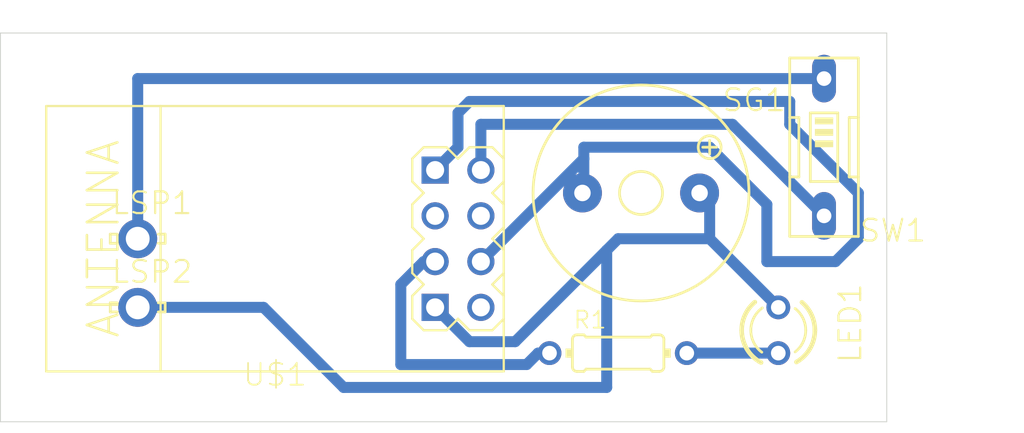
<source format=kicad_pcb>
(kicad_pcb (version 20171130) (host pcbnew 5.1.6-c6e7f7d~86~ubuntu18.04.1)

  (general
    (thickness 1.6)
    (drawings 4)
    (tracks 40)
    (zones 0)
    (modules 7)
    (nets 10)
  )

  (page A4)
  (layers
    (0 Top signal)
    (31 Bottom signal)
    (32 B.Adhes user)
    (33 F.Adhes user)
    (34 B.Paste user)
    (35 F.Paste user)
    (36 B.SilkS user)
    (37 F.SilkS user)
    (38 B.Mask user)
    (39 F.Mask user)
    (40 Dwgs.User user)
    (41 Cmts.User user)
    (42 Eco1.User user)
    (43 Eco2.User user)
    (44 Edge.Cuts user)
    (45 Margin user)
    (46 B.CrtYd user)
    (47 F.CrtYd user)
    (48 B.Fab user)
    (49 F.Fab user)
  )

  (setup
    (last_trace_width 0.25)
    (trace_clearance 0.2)
    (zone_clearance 0.508)
    (zone_45_only no)
    (trace_min 0.2)
    (via_size 0.8)
    (via_drill 0.4)
    (via_min_size 0.4)
    (via_min_drill 0.3)
    (uvia_size 0.3)
    (uvia_drill 0.1)
    (uvias_allowed no)
    (uvia_min_size 0.2)
    (uvia_min_drill 0.1)
    (edge_width 0.05)
    (segment_width 0.2)
    (pcb_text_width 0.3)
    (pcb_text_size 1.5 1.5)
    (mod_edge_width 0.12)
    (mod_text_size 1 1)
    (mod_text_width 0.15)
    (pad_size 1.524 1.524)
    (pad_drill 0.762)
    (pad_to_mask_clearance 0.05)
    (aux_axis_origin 0 0)
    (visible_elements FFFFFF7F)
    (pcbplotparams
      (layerselection 0x010fc_ffffffff)
      (usegerberextensions false)
      (usegerberattributes true)
      (usegerberadvancedattributes true)
      (creategerberjobfile true)
      (excludeedgelayer true)
      (linewidth 0.100000)
      (plotframeref false)
      (viasonmask false)
      (mode 1)
      (useauxorigin false)
      (hpglpennumber 1)
      (hpglpenspeed 20)
      (hpglpendiameter 15.000000)
      (psnegative false)
      (psa4output false)
      (plotreference true)
      (plotvalue true)
      (plotinvisibletext false)
      (padsonsilk false)
      (subtractmaskfromsilk false)
      (outputformat 1)
      (mirror false)
      (drillshape 1)
      (scaleselection 1)
      (outputdirectory ""))
  )

  (net 0 "")
  (net 1 "Net-(LED1-PadK)")
  (net 2 "Net-(LED1-PadA)")
  (net 3 "Net-(R1-Pad1)")
  (net 4 "Net-(SG1-Pad-)")
  (net 5 "Net-(SW1-Pad2)")
  (net 6 "Net-(U$1-PadA2)")
  (net 7 "Net-(U$1-PadC2)")
  (net 8 "Net-(U$1-PadC1)")
  (net 9 "Net-(LSP1-PadMP)")

  (net_class Default "This is the default net class."
    (clearance 0.2)
    (trace_width 0.25)
    (via_dia 0.8)
    (via_drill 0.4)
    (uvia_dia 0.3)
    (uvia_drill 0.1)
    (add_net "Net-(LED1-PadA)")
    (add_net "Net-(LED1-PadK)")
    (add_net "Net-(LSP1-PadMP)")
    (add_net "Net-(R1-Pad1)")
    (add_net "Net-(SG1-Pad-)")
    (add_net "Net-(SW1-Pad2)")
    (add_net "Net-(U$1-PadA2)")
    (add_net "Net-(U$1-PadC1)")
    (add_net "Net-(U$1-PadC2)")
  )

  (module circuito_distanciamento_social_ESP-01:LED3MM (layer Top) (tedit 0) (tstamp 5ED02D9C)
    (at 167.0811 110.7136 90)
    (descr "<B>LED</B><p>\n3 mm, round")
    (path /D5D4A691)
    (fp_text reference LED1 (at -1.905 4.699 90) (layer F.SilkS)
      (effects (font (size 1.2065 1.2065) (thickness 0.12065)) (justify left bottom))
    )
    (fp_text value TLLG4400 (at -5.715 6.731 90) (layer F.Fab)
      (effects (font (size 1.2065 1.2065) (thickness 0.12065)) (justify left bottom))
    )
    (fp_arc (start 0 0.000083) (end -2.032 0) (angle -31.60822) (layer F.Fab) (width 0.254))
    (fp_arc (start 0 0.000002) (end -2.032 0) (angle 28.301701) (layer F.Fab) (width 0.254))
    (fp_arc (start -0.000056 0) (end -1.7643 1.0082) (angle -60.255215) (layer F.SilkS) (width 0.254))
    (fp_arc (start 0.000037 0) (end 0 2.032) (angle -49.763022) (layer F.SilkS) (width 0.254))
    (fp_arc (start 0.00006 0) (end -1.7929 -0.9562) (angle 61.926949) (layer F.SilkS) (width 0.254))
    (fp_arc (start 0.000012 0) (end 0 -2.032) (angle 50.193108) (layer F.SilkS) (width 0.254))
    (fp_arc (start 0 0) (end 0 1.016) (angle -90) (layer F.Fab) (width 0.1524))
    (fp_arc (start 0 0) (end 0 0.635) (angle -90) (layer F.Fab) (width 0.1524))
    (fp_arc (start 0 0) (end -1.016 0) (angle 90) (layer F.Fab) (width 0.1524))
    (fp_arc (start 0 0) (end -0.635 0) (angle 90) (layer F.Fab) (width 0.1524))
    (fp_arc (start 0.000008 0) (end -1.203 0.9356) (angle -52.126876) (layer F.SilkS) (width 0.1524))
    (fp_arc (start -0.000008 0) (end 0 1.524) (angle -52.126876) (layer F.SilkS) (width 0.1524))
    (fp_arc (start 0 0) (end -1.2192 -0.9144) (angle 53.130102) (layer F.SilkS) (width 0.1524))
    (fp_arc (start -0.000034 0) (end 0 -1.524) (angle 54.461337) (layer F.SilkS) (width 0.1524))
    (fp_arc (start 0 -0.000004) (end 1.1708 0.9756) (angle -39.80361) (layer F.Fab) (width 0.1524))
    (fp_arc (start 0 0.000014) (end 1.1571 -0.9918) (angle 40.601165) (layer F.Fab) (width 0.1524))
    (fp_arc (start 0 0.000063) (end -1.524 0) (angle -41.633208) (layer F.Fab) (width 0.1524))
    (fp_arc (start 0 0.000004) (end -1.524 0) (angle 39.80361) (layer F.Fab) (width 0.1524))
    (fp_line (start 1.5748 1.27) (end 1.5748 -1.27) (layer F.Fab) (width 0.254))
    (pad K thru_hole circle (at 1.27 0 90) (size 1.3208 1.3208) (drill 0.8128) (layers *.Cu *.Mask)
      (net 1 "Net-(LED1-PadK)") (solder_mask_margin 0.1016))
    (pad A thru_hole circle (at -1.27 0 90) (size 1.3208 1.3208) (drill 0.8128) (layers *.Cu *.Mask)
      (net 2 "Net-(LED1-PadA)") (solder_mask_margin 0.1016))
    (model ${KISYS3DMOD}/LED_THT.3dshapes/LED_D3.0mm.step
      (offset (xyz -1.5 0 0))
      (scale (xyz 1 1 1))
      (rotate (xyz 0 0 0))
    )
  )

  (module circuito_distanciamento_social_ESP-01:0204_7 (layer Top) (tedit 0) (tstamp 5ED02DB4)
    (at 158.1911 111.9836)
    (descr "<b>RESISTOR</b><p>\ntype 0204, grid 7.5 mm")
    (path /0283DCCD)
    (fp_text reference R1 (at -2.54 -1.2954) (layer F.SilkS)
      (effects (font (size 0.94107 0.94107) (thickness 0.094107)) (justify left bottom))
    )
    (fp_text value R-US_0204_7 (at -1.6256 0.4826) (layer F.Fab)
      (effects (font (size 0.94107 0.94107) (thickness 0.094107)) (justify left bottom))
    )
    (fp_poly (pts (xy -2.921 0.254) (xy -2.54 0.254) (xy -2.54 -0.254) (xy -2.921 -0.254)) (layer F.SilkS) (width 0))
    (fp_poly (pts (xy 2.54 0.254) (xy 2.921 0.254) (xy 2.921 -0.254) (xy 2.54 -0.254)) (layer F.SilkS) (width 0))
    (fp_line (start 2.54 0.762) (end 2.54 -0.762) (layer F.SilkS) (width 0.1524))
    (fp_line (start 2.286 1.016) (end 1.905 1.016) (layer F.SilkS) (width 0.1524))
    (fp_line (start 2.286 -1.016) (end 1.905 -1.016) (layer F.SilkS) (width 0.1524))
    (fp_line (start 1.778 0.889) (end -1.778 0.889) (layer F.SilkS) (width 0.1524))
    (fp_line (start 1.778 0.889) (end 1.905 1.016) (layer F.SilkS) (width 0.1524))
    (fp_line (start 1.778 -0.889) (end -1.778 -0.889) (layer F.SilkS) (width 0.1524))
    (fp_line (start 1.778 -0.889) (end 1.905 -1.016) (layer F.SilkS) (width 0.1524))
    (fp_line (start -1.778 0.889) (end -1.905 1.016) (layer F.SilkS) (width 0.1524))
    (fp_line (start -2.286 1.016) (end -1.905 1.016) (layer F.SilkS) (width 0.1524))
    (fp_line (start -1.778 -0.889) (end -1.905 -1.016) (layer F.SilkS) (width 0.1524))
    (fp_line (start -2.286 -1.016) (end -1.905 -1.016) (layer F.SilkS) (width 0.1524))
    (fp_line (start -2.54 0.762) (end -2.54 -0.762) (layer F.SilkS) (width 0.1524))
    (fp_arc (start 2.286 -0.762) (end 2.286 -1.016) (angle 90) (layer F.SilkS) (width 0.1524))
    (fp_arc (start 2.286 0.762) (end 2.286 1.016) (angle -90) (layer F.SilkS) (width 0.1524))
    (fp_arc (start -2.286 0.762) (end -2.54 0.762) (angle -90) (layer F.SilkS) (width 0.1524))
    (fp_arc (start -2.286 -0.762) (end -2.54 -0.762) (angle 90) (layer F.SilkS) (width 0.1524))
    (fp_line (start -3.81 0) (end -2.921 0) (layer F.Fab) (width 0.508))
    (fp_line (start 3.81 0) (end 2.921 0) (layer F.Fab) (width 0.508))
    (pad 2 thru_hole circle (at 3.81 0) (size 1.3208 1.3208) (drill 0.8128) (layers *.Cu *.Mask)
      (net 2 "Net-(LED1-PadA)") (solder_mask_margin 0.1016))
    (pad 1 thru_hole circle (at -3.81 0) (size 1.3208 1.3208) (drill 0.8128) (layers *.Cu *.Mask)
      (net 3 "Net-(R1-Pad1)") (solder_mask_margin 0.1016))
    (model ${KISYS3DMOD}/Resistor_THT.3dshapes/R_Axial_DIN0207_L6.3mm_D2.5mm_P10.16mm_Horizontal.step
      (offset (xyz -4 0 0.5))
      (scale (xyz 0.8 0.8 0.8))
      (rotate (xyz 0 0 0))
    )
  )

  (module circuito_distanciamento_social_ESP-01:EDG-01 (layer Top) (tedit 0) (tstamp 5ED02DCD)
    (at 169.6211 100.5536 180)
    (descr "<b>DIP SWITCH</b>")
    (path /E9E31E47)
    (fp_text reference SW1 (at -1.905 -5.334) (layer F.SilkS)
      (effects (font (size 1.2065 1.2065) (thickness 0.12065)) (justify left bottom))
    )
    (fp_text value SW_DIP-1 (at -1.905 6.604) (layer F.Fab)
      (effects (font (size 1.2065 1.2065) (thickness 0.12065)) (justify left bottom))
    )
    (fp_poly (pts (xy -0.508 1.651) (xy 0.508 1.651) (xy 0.508 1.27) (xy -0.508 1.27)) (layer F.SilkS) (width 0))
    (fp_poly (pts (xy -0.508 1.016) (xy 0.508 1.016) (xy 0.508 0.635) (xy -0.508 0.635)) (layer F.SilkS) (width 0))
    (fp_poly (pts (xy -0.508 0.381) (xy 0.508 0.381) (xy 0.508 0) (xy -0.508 0)) (layer F.SilkS) (width 0))
    (fp_text user ON (at -1.27 -2.54 180) (layer F.Fab)
      (effects (font (size 1.4478 1.4478) (thickness 0.1524)) (justify left bottom))
    )
    (fp_text user 1 (at -0.254 4.191 180) (layer F.Fab)
      (effects (font (size 1.4478 1.4478) (thickness 0.1524)) (justify left bottom))
    )
    (fp_line (start 0.762 1.905) (end -0.762 1.905) (layer F.SilkS) (width 0.1524))
    (fp_line (start 0.762 1.905) (end 0.762 -1.905) (layer F.SilkS) (width 0.1524))
    (fp_line (start -0.762 -1.905) (end 0.762 -1.905) (layer F.SilkS) (width 0.1524))
    (fp_line (start -0.762 -1.905) (end -0.762 1.905) (layer F.SilkS) (width 0.1524))
    (fp_line (start 1.905 1.651) (end 1.905 -1.651) (layer F.SilkS) (width 0.1524))
    (fp_line (start 1.905 -1.651) (end 1.905 -4.953) (layer F.SilkS) (width 0.1524))
    (fp_line (start 1.397 1.651) (end 1.905 1.651) (layer F.SilkS) (width 0.1524))
    (fp_line (start 1.397 -1.651) (end 1.397 1.651) (layer F.SilkS) (width 0.1524))
    (fp_line (start 1.905 -1.651) (end 1.397 -1.651) (layer F.SilkS) (width 0.1524))
    (fp_line (start 1.905 4.953) (end 1.905 1.651) (layer F.SilkS) (width 0.1524))
    (fp_line (start -1.905 -1.651) (end -1.905 1.651) (layer F.SilkS) (width 0.1524))
    (fp_line (start -1.905 1.651) (end -1.905 4.953) (layer F.SilkS) (width 0.1524))
    (fp_line (start -1.397 -1.651) (end -1.905 -1.651) (layer F.SilkS) (width 0.1524))
    (fp_line (start -1.397 1.651) (end -1.397 -1.651) (layer F.SilkS) (width 0.1524))
    (fp_line (start -1.905 1.651) (end -1.397 1.651) (layer F.SilkS) (width 0.1524))
    (fp_line (start -1.905 -4.953) (end -1.905 -1.651) (layer F.SilkS) (width 0.1524))
    (fp_line (start 1.905 -4.953) (end -1.905 -4.953) (layer F.SilkS) (width 0.1524))
    (fp_line (start -1.905 4.953) (end 1.905 4.953) (layer F.SilkS) (width 0.1524))
    (pad 2 thru_hole oval (at 0 -3.81 270) (size 2.6416 1.3208) (drill 0.8128) (layers *.Cu *.Mask)
      (net 5 "Net-(SW1-Pad2)") (solder_mask_margin 0.1016))
    (pad 1 thru_hole oval (at 0 3.81 270) (size 2.6416 1.3208) (drill 0.8128) (layers *.Cu *.Mask)
      (net 9 "Net-(LSP1-PadMP)") (solder_mask_margin 0.1016))
    (model ${KISYS3DMOD}/Button_Switch_THT.3dshapes/SW_DIP_SPSTx01_Slide_6.7x4.1mm_W7.62mm_P2.54mm_LowProfile.step
      (offset (xyz 0 -4 0))
      (scale (xyz 1 1 1))
      (rotate (xyz 0 0 0))
    )
  )

  (module circuito_distanciamento_social_ESP-01:WIRELESS-WIFI-ESP-01 (layer Top) (tedit 0) (tstamp 5ED02DE9)
    (at 139.1411 105.6336 180)
    (descr "<b>Wireless Wi-Fi ESP-01 Module</b> based on <b>ESP8266</b> chip")
    (path /BABD3B23)
    (fp_text reference U$1 (at 0 -8.255) (layer F.SilkS)
      (effects (font (size 1.2065 1.2065) (thickness 0.09652)) (justify bottom))
    )
    (fp_text value WIRELESS-WIFI-ESP-01 (at 0 8.255) (layer F.Fab)
      (effects (font (size 1.2065 1.2065) (thickness 0.09652)) (justify top))
    )
    (fp_line (start -12.065 -2.54) (end -12.7 -3.175) (layer F.SilkS) (width 0.127))
    (fp_line (start -12.7 -1.905) (end -12.065 -2.54) (layer F.SilkS) (width 0.127))
    (fp_line (start -12.065 0) (end -12.7 -0.635) (layer F.SilkS) (width 0.127))
    (fp_line (start -12.7 0.635) (end -12.065 0) (layer F.SilkS) (width 0.127))
    (fp_line (start -12.065 2.54) (end -12.7 1.905) (layer F.SilkS) (width 0.127))
    (fp_line (start -12.7 3.175) (end -12.065 2.54) (layer F.SilkS) (width 0.127))
    (fp_line (start -12.065 5.08) (end -12.7 4.445) (layer F.SilkS) (width 0.127))
    (fp_line (start -10.795 5.08) (end -12.065 5.08) (layer F.SilkS) (width 0.127))
    (fp_line (start -10.16 4.445) (end -10.795 5.08) (layer F.SilkS) (width 0.127))
    (fp_line (start -9.525 5.08) (end -10.16 4.445) (layer F.SilkS) (width 0.127))
    (fp_line (start -8.255 5.08) (end -9.525 5.08) (layer F.SilkS) (width 0.127))
    (fp_line (start -7.62 4.445) (end -8.255 5.08) (layer F.SilkS) (width 0.127))
    (fp_line (start -7.62 3.175) (end -7.62 4.445) (layer F.SilkS) (width 0.127))
    (fp_line (start -8.255 2.54) (end -7.62 3.175) (layer F.SilkS) (width 0.127))
    (fp_line (start -7.62 1.905) (end -8.255 2.54) (layer F.SilkS) (width 0.127))
    (fp_line (start -7.62 0.635) (end -7.62 1.905) (layer F.SilkS) (width 0.127))
    (fp_line (start -8.255 0) (end -7.62 0.635) (layer F.SilkS) (width 0.127))
    (fp_line (start -7.62 -0.635) (end -8.255 0) (layer F.SilkS) (width 0.127))
    (fp_line (start -7.62 -1.905) (end -7.62 -0.635) (layer F.SilkS) (width 0.127))
    (fp_line (start -8.255 -2.54) (end -7.62 -1.905) (layer F.SilkS) (width 0.127))
    (fp_line (start -7.62 -3.175) (end -8.255 -2.54) (layer F.SilkS) (width 0.127))
    (fp_line (start -7.62 -4.445) (end -7.62 -3.175) (layer F.SilkS) (width 0.127))
    (fp_line (start -8.255 -5.08) (end -7.62 -4.445) (layer F.SilkS) (width 0.127))
    (fp_line (start -9.525 -5.08) (end -8.255 -5.08) (layer F.SilkS) (width 0.127))
    (fp_line (start -10.16 -4.445) (end -9.525 -5.08) (layer F.SilkS) (width 0.127))
    (fp_line (start -10.795 -5.08) (end -10.16 -4.445) (layer F.SilkS) (width 0.127))
    (fp_line (start -12.065 -5.08) (end -10.795 -5.08) (layer F.SilkS) (width 0.127))
    (fp_line (start -12.7 -4.445) (end -12.065 -5.08) (layer F.SilkS) (width 0.127))
    (fp_text user ANTENNA (at 9.525 0 270) (layer F.SilkS)
      (effects (font (size 1.6891 1.6891) (thickness 0.14224)))
    )
    (fp_line (start 6.35 -7.366) (end 6.35 7.366) (layer F.SilkS) (width 0.127))
    (fp_line (start -12.7 -4.445) (end -12.7 -7.366) (layer F.SilkS) (width 0.127))
    (fp_line (start -12.7 -3.175) (end -12.7 -4.445) (layer F.SilkS) (width 0.127))
    (fp_line (start -12.7 -1.905) (end -12.7 -3.175) (layer F.SilkS) (width 0.127))
    (fp_line (start -12.7 -0.635) (end -12.7 -1.905) (layer F.SilkS) (width 0.127))
    (fp_line (start -12.7 0.635) (end -12.7 -0.635) (layer F.SilkS) (width 0.127))
    (fp_line (start -12.7 1.905) (end -12.7 0.635) (layer F.SilkS) (width 0.127))
    (fp_line (start -12.7 3.175) (end -12.7 1.905) (layer F.SilkS) (width 0.127))
    (fp_line (start -12.7 4.445) (end -12.7 3.175) (layer F.SilkS) (width 0.127))
    (fp_line (start -12.7 7.366) (end -12.7 4.445) (layer F.SilkS) (width 0.127))
    (fp_line (start 6.35 7.366) (end -12.7 7.366) (layer F.SilkS) (width 0.127))
    (fp_line (start 12.7 7.366) (end 6.35 7.366) (layer F.SilkS) (width 0.127))
    (fp_line (start 12.7 -7.366) (end 12.7 7.366) (layer F.SilkS) (width 0.127))
    (fp_line (start 6.35 -7.366) (end 12.7 -7.366) (layer F.SilkS) (width 0.127))
    (fp_line (start -12.7 -7.366) (end 6.35 -7.366) (layer F.SilkS) (width 0.127))
    (pad D1 thru_hole rect (at -8.89 3.81 180) (size 1.508 1.508) (drill 1) (layers *.Cu *.Mask)
      (net 4 "Net-(SG1-Pad-)") (solder_mask_margin 0.1016))
    (pad D2 thru_hole circle (at -11.43 3.81 180) (size 1.508 1.508) (drill 1) (layers *.Cu *.Mask)
      (net 5 "Net-(SW1-Pad2)") (solder_mask_margin 0.1016))
    (pad A2 thru_hole circle (at -11.43 -3.81 180) (size 1.508 1.508) (drill 1) (layers *.Cu *.Mask)
      (net 6 "Net-(U$1-PadA2)") (solder_mask_margin 0.1016))
    (pad B2 thru_hole circle (at -11.43 -1.27 180) (size 1.508 1.508) (drill 1) (layers *.Cu *.Mask)
      (net 4 "Net-(SG1-Pad-)") (solder_mask_margin 0.1016))
    (pad C2 thru_hole circle (at -11.43 1.27 180) (size 1.508 1.508) (drill 1) (layers *.Cu *.Mask)
      (net 7 "Net-(U$1-PadC2)") (solder_mask_margin 0.1016))
    (pad C1 thru_hole circle (at -8.89 1.27 180) (size 1.508 1.508) (drill 1) (layers *.Cu *.Mask)
      (net 8 "Net-(U$1-PadC1)") (solder_mask_margin 0.1016))
    (pad B1 thru_hole circle (at -8.89 -1.27 180) (size 1.508 1.508) (drill 1) (layers *.Cu *.Mask)
      (net 3 "Net-(R1-Pad1)") (solder_mask_margin 0.1016))
    (pad A1 thru_hole rect (at -8.89 -3.81 180) (size 1.508 1.508) (drill 1) (layers *.Cu *.Mask)
      (net 1 "Net-(LED1-PadK)") (solder_mask_margin 0.1016))
    (model /home/pet/Downloads/_Modelo3d/esp8266-esp01-3.snapshot.1/ESP8266_ESP01_cp.wrl
      (offset (xyz -11.5 3.5 1))
      (scale (xyz 1 1 1))
      (rotate (xyz 0 0 0))
    )
  )

  (module circuito_distanciamento_social_ESP-01:F_QMBIII (layer Top) (tedit 0) (tstamp 5ED02E20)
    (at 159.4611 103.0936)
    (descr <b>BUZZER</b>)
    (path /733EDE8A)
    (fp_text reference SG1 (at 4.445 -4.445) (layer F.SilkS)
      (effects (font (size 1.2065 1.2065) (thickness 0.12065)) (justify left bottom))
    )
    (fp_text value F_QMBIII (at -3.175 3.81) (layer F.Fab)
      (effects (font (size 1.2065 1.2065) (thickness 0.12065)) (justify left bottom))
    )
    (fp_circle (center 3.81 -2.54) (end 4.445 -2.54) (layer F.SilkS) (width 0.1524))
    (fp_circle (center 0 0) (end 1.1938 0) (layer F.SilkS) (width 0.1524))
    (fp_circle (center 0 0) (end 5.9944 0) (layer F.SilkS) (width 0.1524))
    (fp_line (start 3.81 -2.159) (end 3.81 -2.921) (layer F.SilkS) (width 0.1524))
    (fp_line (start 3.429 -2.54) (end 4.191 -2.54) (layer F.SilkS) (width 0.1524))
    (pad + thru_hole circle (at 3.2512 0) (size 2.159 2.159) (drill 0.9144) (layers *.Cu *.Mask)
      (net 1 "Net-(LED1-PadK)") (solder_mask_margin 0.1016))
    (pad - thru_hole circle (at -3.2512 0) (size 2.159 2.159) (drill 0.9144) (layers *.Cu *.Mask)
      (net 4 "Net-(SG1-Pad-)") (solder_mask_margin 0.1016))
    (model ${KISYS3DMOD}/Buzzer_Beeper.3dshapes/Buzzer_12x9.5RM7.6.step
      (offset (xyz -3.5 0 0.5))
      (scale (xyz 0.9 0.9 0.9))
      (rotate (xyz 0 0 0))
    )
  )

  (module circuito_distanciamento_social_ESP-01:LSP13 (layer Top) (tedit 0) (tstamp 5ED02E2A)
    (at 131.5211 105.6336)
    (descr "<b>SOLDER PAD</b><p>\ndrill 1.3 mm")
    (path /36C4AC02)
    (fp_text reference LSP1 (at -1.524 -1.27) (layer F.SilkS)
      (effects (font (size 1.2065 1.2065) (thickness 0.12065)) (justify left bottom))
    )
    (fp_text value LSP13 (at 0 -0.254) (layer F.Fab)
      (effects (font (size 0.02413 0.02413) (thickness 0.00193)) (justify left bottom))
    )
    (fp_line (start -0.635 0.254) (end 0.635 0.254) (layer F.Fab) (width 0.1524))
    (fp_line (start -0.635 -0.254) (end -1.143 -0.254) (layer F.Fab) (width 0.1524))
    (fp_line (start -0.635 -0.254) (end -0.635 0.254) (layer F.Fab) (width 0.1524))
    (fp_line (start 0.635 0.254) (end 1.143 0.254) (layer F.Fab) (width 0.1524))
    (fp_line (start 0.635 -0.254) (end -0.635 -0.254) (layer F.Fab) (width 0.1524))
    (fp_line (start 0.635 -0.254) (end 0.635 0.254) (layer F.Fab) (width 0.1524))
    (fp_line (start -1.143 0.254) (end -0.635 0.254) (layer F.Fab) (width 0.1524))
    (fp_line (start 1.143 -0.254) (end 0.635 -0.254) (layer F.Fab) (width 0.1524))
    (fp_line (start -1.524 -0.254) (end -1.143 -0.254) (layer F.SilkS) (width 0.1524))
    (fp_line (start -1.524 0.254) (end -1.143 0.254) (layer F.SilkS) (width 0.1524))
    (fp_line (start 1.524 0.254) (end 1.143 0.254) (layer F.SilkS) (width 0.1524))
    (fp_line (start 1.524 -0.254) (end 1.143 -0.254) (layer F.SilkS) (width 0.1524))
    (fp_line (start 1.524 -0.254) (end 1.524 0.254) (layer F.SilkS) (width 0.1524))
    (fp_line (start -1.524 -0.254) (end -1.524 0.254) (layer F.SilkS) (width 0.1524))
    (pad MP thru_hole circle (at 0 0) (size 2.159 2.159) (drill 1.3208) (layers *.Cu *.Mask)
      (net 9 "Net-(LSP1-PadMP)") (solder_mask_margin 0.1016))
  )

  (module circuito_distanciamento_social_ESP-01:LSP13 (layer Top) (tedit 0) (tstamp 5ED02E3C)
    (at 131.5211 109.4436)
    (descr "<b>SOLDER PAD</b><p>\ndrill 1.3 mm")
    (path /0C3A2F3D)
    (fp_text reference LSP2 (at -1.524 -1.27) (layer F.SilkS)
      (effects (font (size 1.2065 1.2065) (thickness 0.12065)) (justify left bottom))
    )
    (fp_text value LSP13 (at 0 -0.254) (layer F.Fab)
      (effects (font (size 0.02413 0.02413) (thickness 0.00193)) (justify left bottom))
    )
    (fp_line (start -0.635 0.254) (end 0.635 0.254) (layer F.Fab) (width 0.1524))
    (fp_line (start -0.635 -0.254) (end -1.143 -0.254) (layer F.Fab) (width 0.1524))
    (fp_line (start -0.635 -0.254) (end -0.635 0.254) (layer F.Fab) (width 0.1524))
    (fp_line (start 0.635 0.254) (end 1.143 0.254) (layer F.Fab) (width 0.1524))
    (fp_line (start 0.635 -0.254) (end -0.635 -0.254) (layer F.Fab) (width 0.1524))
    (fp_line (start 0.635 -0.254) (end 0.635 0.254) (layer F.Fab) (width 0.1524))
    (fp_line (start -1.143 0.254) (end -0.635 0.254) (layer F.Fab) (width 0.1524))
    (fp_line (start 1.143 -0.254) (end 0.635 -0.254) (layer F.Fab) (width 0.1524))
    (fp_line (start -1.524 -0.254) (end -1.143 -0.254) (layer F.SilkS) (width 0.1524))
    (fp_line (start -1.524 0.254) (end -1.143 0.254) (layer F.SilkS) (width 0.1524))
    (fp_line (start 1.524 0.254) (end 1.143 0.254) (layer F.SilkS) (width 0.1524))
    (fp_line (start 1.524 -0.254) (end 1.143 -0.254) (layer F.SilkS) (width 0.1524))
    (fp_line (start 1.524 -0.254) (end 1.524 0.254) (layer F.SilkS) (width 0.1524))
    (fp_line (start -1.524 -0.254) (end -1.524 0.254) (layer F.SilkS) (width 0.1524))
    (pad MP thru_hole circle (at 0 0) (size 2.159 2.159) (drill 1.3208) (layers *.Cu *.Mask)
      (net 1 "Net-(LED1-PadK)") (solder_mask_margin 0.1016))
  )

  (gr_line (start 123.9011 115.7936) (end 173.1011 115.7936) (layer Edge.Cuts) (width 0.05) (tstamp 578456D0))
  (gr_line (start 173.1011 115.7936) (end 173.1011 94.2136) (layer Edge.Cuts) (width 0.05) (tstamp 575DDC40))
  (gr_line (start 173.1011 94.2136) (end 123.9011 94.2136) (layer Edge.Cuts) (width 0.05) (tstamp 60CA6950))
  (gr_line (start 123.9011 94.2136) (end 123.9011 115.7936) (layer Edge.Cuts) (width 0.05) (tstamp 579DCC00))

  (segment (start 153.7461 111.9836) (end 154.3811 111.9836) (width 0.6096) (layer Bottom) (net 3) (tstamp 5A7B52A0))
  (segment (start 153.1111 112.6186) (end 153.7461 111.9836) (width 0.6096) (layer Bottom) (net 3) (tstamp 5A7B5710))
  (segment (start 146.1261 112.6186) (end 153.1111 112.6186) (width 0.6096) (layer Bottom) (net 3) (tstamp 60AB6960))
  (segment (start 146.1261 108.1736) (end 146.1261 112.6186) (width 0.6096) (layer Bottom) (net 3) (tstamp 60BC5EB0))
  (segment (start 147.3961 106.9036) (end 146.1261 108.1736) (width 0.6096) (layer Bottom) (net 3) (tstamp 60B3D0A0))
  (segment (start 148.0311 106.9036) (end 147.3961 106.9036) (width 0.6096) (layer Bottom) (net 3) (tstamp 60B3D570))
  (segment (start 167.0811 111.9836) (end 162.0011 111.9836) (width 0.6096) (layer Bottom) (net 2) (tstamp 57FB3740))
  (segment (start 149.3011 100.5536) (end 148.0311 101.8236) (width 0.6096) (layer Bottom) (net 4) (tstamp 612A09F0))
  (segment (start 149.3011 98.6486) (end 149.3011 100.5536) (width 0.6096) (layer Bottom) (net 4) (tstamp 5767C0A0))
  (segment (start 149.9361 98.0136) (end 149.3011 98.6486) (width 0.6096) (layer Bottom) (net 4) (tstamp 56C23B20))
  (segment (start 167.7161 98.0136) (end 149.9361 98.0136) (width 0.6096) (layer Bottom) (net 4) (tstamp 542CE800))
  (segment (start 167.7161 99.2836) (end 167.7161 98.0136) (width 0.6096) (layer Bottom) (net 4) (tstamp 542CEC70))
  (segment (start 171.5261 103.0936) (end 167.7161 99.2836) (width 0.6096) (layer Bottom) (net 4) (tstamp 5749B4D0))
  (segment (start 171.5261 105.6336) (end 171.5261 103.0936) (width 0.6096) (layer Bottom) (net 4) (tstamp 53F227F0))
  (segment (start 170.2561 106.9036) (end 171.5261 105.6336) (width 0.6096) (layer Bottom) (net 4) (tstamp 578EF460))
  (segment (start 166.4461 106.9036) (end 170.2561 106.9036) (width 0.6096) (layer Bottom) (net 4) (tstamp 578EF930))
  (segment (start 166.4461 103.7286) (end 166.4461 106.9036) (width 0.6096) (layer Bottom) (net 4) (tstamp 5EBFAFA0))
  (segment (start 163.2711 100.5536) (end 166.4461 103.7286) (width 0.6096) (layer Bottom) (net 4) (tstamp 5EE8E6E0))
  (segment (start 156.2861 100.5536) (end 163.2711 100.5536) (width 0.6096) (layer Bottom) (net 4) (tstamp 55A0B140))
  (segment (start 156.2861 103.0936) (end 156.2861 101.1886) (width 0.6096) (layer Bottom) (net 4) (tstamp 5595E640))
  (segment (start 156.2861 101.1886) (end 156.2861 100.5536) (width 0.6096) (layer Bottom) (net 4) (tstamp 5595EB20))
  (segment (start 156.2861 103.0936) (end 156.2099 103.0936) (width 0.6096) (layer Bottom) (net 4) (tstamp 570FB2C0))
  (segment (start 156.2861 101.1886) (end 150.5711 106.9036) (width 0.6096) (layer Bottom) (net 4) (tstamp 543C05F0))
  (segment (start 169.6211 96.7436) (end 131.5211 96.7436) (width 0.6096) (layer Bottom) (net 9) (tstamp 5763DCB0))
  (segment (start 131.5211 105.6336) (end 131.5211 96.7436) (width 0.6096) (layer Bottom) (net 9) (tstamp 60B16B70))
  (segment (start 164.5411 99.2836) (end 169.6211 104.3636) (width 0.6096) (layer Bottom) (net 5) (tstamp 60D5C1F0))
  (segment (start 150.5711 99.2836) (end 164.5411 99.2836) (width 0.6096) (layer Bottom) (net 5) (tstamp 60B18AB0))
  (segment (start 150.5711 101.8236) (end 150.5711 99.2836) (width 0.6096) (layer Bottom) (net 5) (tstamp 5AC64940))
  (segment (start 163.2711 105.6336) (end 167.0811 109.4436) (width 0.6096) (layer Bottom) (net 1) (tstamp 573CE0F0))
  (segment (start 163.2711 103.0936) (end 163.2711 105.6336) (width 0.6096) (layer Bottom) (net 1) (tstamp 574C1C70))
  (segment (start 163.2711 103.0936) (end 162.7123 103.0936) (width 0.6096) (layer Bottom) (net 1) (tstamp 5AB897D0))
  (segment (start 149.9361 111.3486) (end 148.0311 109.4436) (width 0.6096) (layer Bottom) (net 1) (tstamp 577B45C0))
  (segment (start 152.4761 111.3486) (end 149.9361 111.3486) (width 0.6096) (layer Bottom) (net 1) (tstamp 577B4A30))
  (segment (start 158.1911 105.6336) (end 157.5561 106.2686) (width 0.6096) (layer Bottom) (net 1) (tstamp 5772C2C0))
  (segment (start 157.5561 106.2686) (end 152.4761 111.3486) (width 0.6096) (layer Bottom) (net 1) (tstamp 54F13ED0))
  (segment (start 163.2711 105.6336) (end 158.1911 105.6336) (width 0.6096) (layer Bottom) (net 1) (tstamp 5750A650))
  (segment (start 138.5061 109.4436) (end 131.5211 109.4436) (width 0.6096) (layer Bottom) (net 1) (tstamp 5750AAD0))
  (segment (start 142.9511 113.8886) (end 138.5061 109.4436) (width 0.6096) (layer Bottom) (net 1) (tstamp 54E85900))
  (segment (start 157.5561 113.8886) (end 142.9511 113.8886) (width 0.6096) (layer Bottom) (net 1) (tstamp 572337A0))
  (segment (start 157.5561 106.2686) (end 157.5561 113.8886) (width 0.6096) (layer Bottom) (net 1) (tstamp 5744BAD0))

)

</source>
